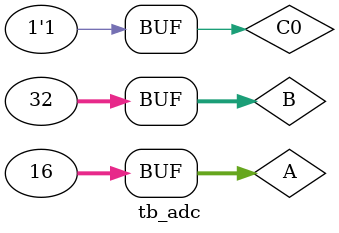
<source format=v>
`timescale 1ns / 1ps


module tb_adc;
reg   [31:0]  A      = 0 ;
reg   [31:0]  B      = 0 ;
reg   C0             = 0 ;
wire  [32:0]  S      ;
initial
begin
    A=16;B=32;
    C0=0;#50;
    C0=1;#50;
end
adc  u_adc (
    .A ( A   [31:0] ),
    .B ( B   [31:0] ),
    .C0( C0         ),
    .S ( S   [32:0] )
);
endmodule

</source>
